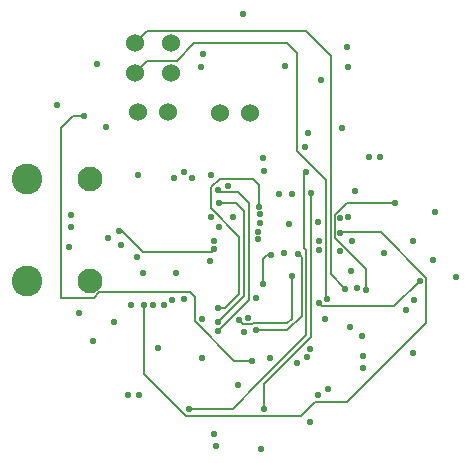
<source format=gbr>
%TF.GenerationSoftware,KiCad,Pcbnew,7.0.7*%
%TF.CreationDate,2024-10-30T15:59:06-07:00*%
%TF.ProjectId,SensingBoard_rev1.1,53656e73-696e-4674-926f-6172645f7265,rev?*%
%TF.SameCoordinates,Original*%
%TF.FileFunction,Copper,L5,Inr*%
%TF.FilePolarity,Positive*%
%FSLAX46Y46*%
G04 Gerber Fmt 4.6, Leading zero omitted, Abs format (unit mm)*
G04 Created by KiCad (PCBNEW 7.0.7) date 2024-10-30 15:59:06*
%MOMM*%
%LPD*%
G01*
G04 APERTURE LIST*
%TA.AperFunction,ComponentPad*%
%ADD10C,1.524000*%
%TD*%
%TA.AperFunction,ComponentPad*%
%ADD11C,2.100000*%
%TD*%
%TA.AperFunction,ComponentPad*%
%ADD12C,2.600000*%
%TD*%
%TA.AperFunction,ViaPad*%
%ADD13C,0.550000*%
%TD*%
%TA.AperFunction,Conductor*%
%ADD14C,0.200000*%
%TD*%
G04 APERTURE END LIST*
D10*
%TO.N,MOTOR2_BIN2*%
%TO.C,J6*%
X124764800Y-49377600D03*
%TO.N,MOTOR2_BIN1*%
X124764800Y-46837600D03*
%TD*%
%TO.N,DRV_FAULT*%
%TO.C,J7*%
X121666000Y-46824900D03*
%TO.N,DRV_SLEEP*%
X121666000Y-49364900D03*
%TD*%
%TO.N,GND*%
%TO.C,J9*%
X128879600Y-52730400D03*
%TO.N,VDC*%
X131419600Y-52730400D03*
%TD*%
D11*
%TO.N,GND*%
%TO.C,J1*%
X117882000Y-58318400D03*
D12*
X112522000Y-58318400D03*
D11*
X117882000Y-66958400D03*
D12*
X112522000Y-66958400D03*
%TD*%
D10*
%TO.N,MOTOR1_AIN2*%
%TO.C,J5*%
X124460000Y-52679600D03*
%TO.N,MOTOR1_AIN1*%
X121920000Y-52679600D03*
%TD*%
D13*
%TO.N,Net-(U2-XIN32)*%
X140496118Y-67595586D03*
X144678400Y-69427900D03*
%TO.N,+5V*%
X116294500Y-61382635D03*
X116136972Y-64112900D03*
%TO.N,DRV_SLEEP*%
X137974396Y-68511505D03*
%TO.N,DRV_FAULT*%
X139496800Y-67614800D03*
%TO.N,+1V8*%
X131599700Y-73710800D03*
X117348000Y-52984400D03*
%TO.N,+2V8*%
X139649200Y-47193200D03*
X130914831Y-71326283D03*
X143713200Y-60350400D03*
X141244669Y-67708302D03*
%TO.N,Net-(D4-K)*%
X140882921Y-71613813D03*
X123647200Y-72644000D03*
%TO.N,IO38{slash}DVP_VSYNC*%
X139039600Y-64429900D03*
X131908935Y-68459735D03*
%TO.N,IO47{slash}DVP_HREF*%
X135534400Y-64668400D03*
X131927697Y-71138096D03*
%TO.N,IO48{slash}DVP_Y9*%
X130518100Y-70307200D03*
X134975600Y-66548000D03*
%TO.N,IO10{slash}XMCLK*%
X128117600Y-58028800D03*
%TO.N,IO11{slash}DVP_Y8*%
X129619678Y-58899122D03*
%TO.N,IO12{slash}DVP_Y7*%
X128724700Y-71221600D03*
X128701732Y-59294572D03*
%TO.N,IO13{slash}DVP_PCLK*%
X128724700Y-70408800D03*
X128823958Y-60406042D03*
%TO.N,BNO_INT*%
X137286833Y-68808767D03*
X145796000Y-66954400D03*
%TO.N,USB_DP*%
X120345200Y-62738000D03*
X128431283Y-64253555D03*
%TO.N,USB_DN*%
X119430800Y-63347600D03*
X120497600Y-63906400D03*
X116294097Y-62382747D03*
X128431283Y-63614052D03*
%TO.N,IO14{slash}DVP_Y6*%
X132181600Y-60706000D03*
X128760001Y-69225233D03*
%TO.N,IO15{slash}DVP_Y2*%
X132326990Y-61328757D03*
X127355600Y-70154800D03*
%TO.N,IO16{slash}DVP_Y5*%
X132284525Y-62028125D03*
%TO.N,IO17{slash}DVP_Y3*%
X132147918Y-62792809D03*
X125873961Y-68523514D03*
%TO.N,IO18{slash}DVP_Y4*%
X132130800Y-63441900D03*
X124874884Y-68552681D03*
%TO.N,CHIP_EN*%
X126238000Y-77774800D03*
X136194887Y-57718139D03*
%TO.N,SPID*%
X134355826Y-64576974D03*
X130454400Y-75809300D03*
%TO.N,SPIQ*%
X132527900Y-67259200D03*
X133248400Y-64770000D03*
%TO.N,GND*%
X115062000Y-52070000D03*
X121869200Y-64973200D03*
X136122501Y-55664292D03*
X121920000Y-57962800D03*
X128371600Y-79908400D03*
X118465600Y-48615600D03*
X148844000Y-66649600D03*
X118110000Y-72034400D03*
X140004800Y-66103900D03*
X141028693Y-74352978D03*
X136245600Y-73406000D03*
X136499600Y-78892400D03*
X119923979Y-70420735D03*
X146964400Y-65227200D03*
X119278400Y-53898800D03*
X127355600Y-73456800D03*
X122021600Y-76606400D03*
X137414000Y-49936400D03*
X131292600Y-70069800D03*
X139700000Y-48869600D03*
X134721600Y-62128400D03*
X145237200Y-73050400D03*
X145237200Y-63550800D03*
X116992400Y-69646800D03*
X128828800Y-62382400D03*
X138042436Y-76102776D03*
X139903200Y-70866000D03*
X125171200Y-66311183D03*
X124968000Y-58216800D03*
X134416800Y-48768000D03*
X145288000Y-68580000D03*
X130810000Y-44348400D03*
X127254000Y-48818800D03*
X142480700Y-56438800D03*
X139242800Y-54051200D03*
%TO.N,+3.3V*%
X122377200Y-66294000D03*
X128066800Y-65278000D03*
X147116800Y-61112400D03*
X140106400Y-63578800D03*
X132384800Y-81178400D03*
X141481197Y-56438800D03*
X140970000Y-73355200D03*
X128524000Y-80924400D03*
X136369675Y-54417709D03*
X136519984Y-72708528D03*
X126565800Y-58216800D03*
X127457200Y-47752000D03*
X121107200Y-76606400D03*
X137793500Y-70223700D03*
X130030601Y-61599131D03*
X140328058Y-59352858D03*
X137210800Y-76657200D03*
%TO.N,RX_D7*%
X139085064Y-61608223D03*
X128171085Y-61528315D03*
%TO.N,TX_D6*%
X139722764Y-61560242D03*
X125831600Y-57759600D03*
%TO.N,MTDO{slash}IO40{slash}CAM_SDA*%
X142778620Y-64566316D03*
X123228303Y-68986400D03*
X135435433Y-73962167D03*
X137312400Y-63550800D03*
%TO.N,MTCK{slash}IO39{slash}CAM_SCL*%
X137280918Y-64331785D03*
X133096000Y-73456800D03*
X124124268Y-69024617D03*
%TO.N,D3{slash}A3*%
X132597902Y-57628415D03*
X133858000Y-59619598D03*
%TO.N,D2{slash}A2*%
X132556500Y-56591200D03*
X135026400Y-59588400D03*
%TO.N,GPIO0*%
X132638800Y-77825600D03*
X136601200Y-59542901D03*
%TO.N,MTDI{slash}IO41{slash}PDM_DATA*%
X122478800Y-68986400D03*
X139100758Y-62920105D03*
%TO.N,MTMS{slash}IO42{slash}PDM_CLK*%
X121361200Y-68986400D03*
X137215402Y-62002900D03*
%TD*%
D14*
%TO.N,DRV_SLEEP*%
X134569200Y-46837600D02*
X126704800Y-46837600D01*
X125226800Y-48315600D02*
X122715300Y-48315600D01*
X135422501Y-55954242D02*
X135422501Y-55374342D01*
X137974396Y-68511505D02*
X137905297Y-68442406D01*
X122715300Y-48315600D02*
X121666000Y-49364900D01*
X135432800Y-55364043D02*
X135432800Y-47701200D01*
X135432800Y-47701200D02*
X134569200Y-46837600D01*
X137905297Y-58437038D02*
X135422501Y-55954242D01*
X137905297Y-68442406D02*
X137905297Y-58437038D01*
X126704800Y-46837600D02*
X125226800Y-48315600D01*
X135422501Y-55374342D02*
X135432800Y-55364043D01*
%TO.N,DRV_FAULT*%
X139496800Y-67614800D02*
X138305297Y-66423297D01*
X122715300Y-45775600D02*
X121666000Y-46824900D01*
X136148800Y-45775600D02*
X122715300Y-45775600D01*
X138305297Y-47932097D02*
X136148800Y-45775600D01*
X138305297Y-66423297D02*
X138305297Y-47932097D01*
%TO.N,+1V8*%
X126746000Y-70358373D02*
X126746000Y-68326000D01*
X130098427Y-73710800D02*
X126746000Y-70358373D01*
X131599700Y-73710800D02*
X130098427Y-73710800D01*
X116433600Y-52984400D02*
X117348000Y-52984400D01*
X118639886Y-67948514D02*
X118211600Y-68376800D01*
X118211600Y-68376800D02*
X115417600Y-68376800D01*
X115417600Y-54000400D02*
X116433600Y-52984400D01*
X126368514Y-67948514D02*
X118639886Y-67948514D01*
X126746000Y-68326000D02*
X126368514Y-67948514D01*
X115417600Y-68376800D02*
X115417600Y-54000400D01*
%TO.N,+2V8*%
X141244669Y-65977359D02*
X138620064Y-63352754D01*
X141244669Y-67708302D02*
X141244669Y-65977359D01*
X138620064Y-61415613D02*
X139685277Y-60350400D01*
X139685277Y-60350400D02*
X143713200Y-60350400D01*
X138620064Y-63352754D02*
X138620064Y-61415613D01*
%TO.N,IO47{slash}DVP_HREF*%
X135801200Y-64935200D02*
X135801200Y-69938800D01*
X135534400Y-64668400D02*
X135801200Y-64935200D01*
X135801200Y-69938800D02*
X134601904Y-71138096D01*
X134601904Y-71138096D02*
X131927697Y-71138096D01*
%TO.N,IO48{slash}DVP_Y9*%
X131689524Y-70563096D02*
X131607820Y-70644800D01*
X134975600Y-66548000D02*
X134975600Y-70198714D01*
X130855700Y-70644800D02*
X130518100Y-70307200D01*
X134611218Y-70563096D02*
X131689524Y-70563096D01*
X131607820Y-70644800D02*
X130855700Y-70644800D01*
X134975600Y-70198714D02*
X134611218Y-70563096D01*
%TO.N,IO12{slash}DVP_Y7*%
X130441722Y-59474122D02*
X128881282Y-59474122D01*
X128724700Y-71221600D02*
X131318000Y-68628300D01*
X131318000Y-60350400D02*
X130441722Y-59474122D01*
X131318000Y-68628300D02*
X131318000Y-60350400D01*
X128881282Y-59474122D02*
X128701732Y-59294572D01*
%TO.N,IO13{slash}DVP_PCLK*%
X128724700Y-70408800D02*
X130918000Y-68215500D01*
X130918000Y-68215500D02*
X130918000Y-61068000D01*
X130256042Y-60406042D02*
X128823958Y-60406042D01*
X130918000Y-61068000D02*
X130256042Y-60406042D01*
%TO.N,BNO_INT*%
X137286833Y-68808767D02*
X137564571Y-69086505D01*
X143663895Y-69086505D02*
X145796000Y-66954400D01*
X137564571Y-69086505D02*
X143663895Y-69086505D01*
%TO.N,USB_DP*%
X120599200Y-62738000D02*
X122364386Y-64503186D01*
X120345200Y-62738000D02*
X120599200Y-62738000D01*
X128181652Y-64503186D02*
X128431283Y-64253555D01*
X122364386Y-64503186D02*
X128181652Y-64503186D01*
%TO.N,IO14{slash}DVP_Y6*%
X128126732Y-59056399D02*
X128864731Y-58318400D01*
X128126732Y-60827059D02*
X128126732Y-59056399D01*
X128760001Y-69225233D02*
X129342581Y-69225233D01*
X130518000Y-63218327D02*
X128126732Y-60827059D01*
X131673600Y-58318400D02*
X132181600Y-58826400D01*
X129342581Y-69225233D02*
X130518000Y-68049814D01*
X132181600Y-58826400D02*
X132181600Y-60706000D01*
X130518000Y-68049814D02*
X130518000Y-63218327D01*
X128864731Y-58318400D02*
X131673600Y-58318400D01*
%TO.N,CHIP_EN*%
X129997200Y-77774800D02*
X132238800Y-75533200D01*
X132238800Y-75533200D02*
X132238800Y-75526314D01*
X136201200Y-64365829D02*
X136026200Y-64190829D01*
X136026200Y-57886826D02*
X136194887Y-57718139D01*
X136201200Y-71563914D02*
X136201200Y-64365829D01*
X132238800Y-75526314D02*
X136201200Y-71563914D01*
X136026200Y-64190829D02*
X136026200Y-57886826D01*
X126238000Y-77774800D02*
X129997200Y-77774800D01*
%TO.N,SPIQ*%
X133248400Y-64770000D02*
X132892800Y-64770000D01*
X132892800Y-64770000D02*
X132527900Y-65134900D01*
X132527900Y-65134900D02*
X132527900Y-67259200D01*
%TO.N,GPIO0*%
X132638800Y-77825600D02*
X132638800Y-75692000D01*
X136601200Y-71729599D02*
X136601200Y-59542901D01*
X132638800Y-75692000D02*
X136601200Y-71729599D01*
%TO.N,MTDI{slash}IO41{slash}PDM_DATA*%
X146371000Y-70545000D02*
X146371000Y-66716227D01*
X139155963Y-62864900D02*
X139100758Y-62920105D01*
X126050627Y-78400600D02*
X135772200Y-78400600D01*
X136940600Y-77232200D02*
X139683800Y-77232200D01*
X146371000Y-66716227D02*
X142519673Y-62864900D01*
X122478800Y-68986400D02*
X122478800Y-74828773D01*
X139683800Y-77232200D02*
X146371000Y-70545000D01*
X142519673Y-62864900D02*
X139155963Y-62864900D01*
X135772200Y-78400600D02*
X136940600Y-77232200D01*
X122478800Y-74828773D02*
X126050627Y-78400600D01*
%TD*%
M02*

</source>
